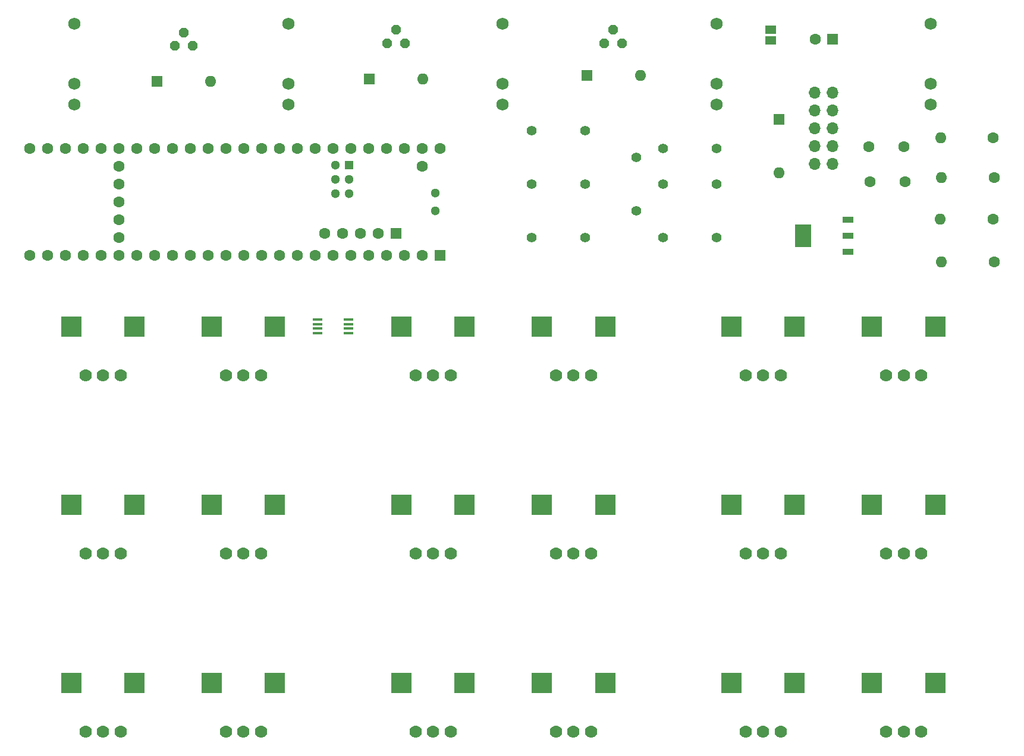
<source format=gbr>
%TF.GenerationSoftware,KiCad,Pcbnew,7.0.2-0*%
%TF.CreationDate,2023-11-14T20:22:57-05:00*%
%TF.ProjectId,A2 Percussion Desktop,41322050-6572-4637-9573-73696f6e2044,rev?*%
%TF.SameCoordinates,Original*%
%TF.FileFunction,Soldermask,Bot*%
%TF.FilePolarity,Negative*%
%FSLAX46Y46*%
G04 Gerber Fmt 4.6, Leading zero omitted, Abs format (unit mm)*
G04 Created by KiCad (PCBNEW 7.0.2-0) date 2023-11-14 20:22:57*
%MOMM*%
%LPD*%
G01*
G04 APERTURE LIST*
G04 Aperture macros list*
%AMRoundRect*
0 Rectangle with rounded corners*
0 $1 Rounding radius*
0 $2 $3 $4 $5 $6 $7 $8 $9 X,Y pos of 4 corners*
0 Add a 4 corners polygon primitive as box body*
4,1,4,$2,$3,$4,$5,$6,$7,$8,$9,$2,$3,0*
0 Add four circle primitives for the rounded corners*
1,1,$1+$1,$2,$3*
1,1,$1+$1,$4,$5*
1,1,$1+$1,$6,$7*
1,1,$1+$1,$8,$9*
0 Add four rect primitives between the rounded corners*
20,1,$1+$1,$2,$3,$4,$5,0*
20,1,$1+$1,$4,$5,$6,$7,0*
20,1,$1+$1,$6,$7,$8,$9,0*
20,1,$1+$1,$8,$9,$2,$3,0*%
%AMFreePoly0*
4,1,17,0.309468,0.696321,0.696321,0.309468,0.711200,0.273547,0.711200,-0.273547,0.696321,-0.309468,0.309468,-0.696321,0.273547,-0.711200,-0.273547,-0.711200,-0.309468,-0.696321,-0.696321,-0.309468,-0.711200,-0.273547,-0.711200,0.273547,-0.696321,0.309468,-0.309468,0.696321,-0.273547,0.711200,0.273547,0.711200,0.309468,0.696321,0.309468,0.696321,$1*%
G04 Aperture macros list end*
%ADD10R,1.600200X0.914400*%
%ADD11R,1.600000X1.600000*%
%ADD12C,1.600000*%
%ADD13O,1.600000X1.600000*%
%ADD14O,1.700000X1.700000*%
%ADD15R,1.600200X1.168400*%
%ADD16C,1.778000*%
%ADD17RoundRect,0.050800X-1.400000X1.400000X-1.400000X-1.400000X1.400000X-1.400000X1.400000X1.400000X0*%
%ADD18C,1.751600*%
%ADD19R,1.450000X0.450000*%
%ADD20FreePoly0,180.000000*%
%ADD21C,1.397000*%
%ADD22R,1.300000X1.300000*%
%ADD23C,1.300000*%
G04 APERTURE END LIST*
%TO.C,CR1*%
G36*
X118846800Y-42323800D02*
G01*
X116535400Y-42323800D01*
X116535400Y-39072600D01*
X118846800Y-39072600D01*
X118846800Y-42323800D01*
G37*
%TD*%
D10*
%TO.C,CR1*%
X124091900Y-38398200D03*
X124091900Y-40698200D03*
X124091900Y-42998200D03*
%TD*%
D11*
%TO.C,C4*%
X121920000Y-12700000D03*
D12*
X119420000Y-12700000D03*
%TD*%
D13*
%TO.C,D4*%
X114300000Y-31750000D03*
D11*
X114300000Y-24130000D03*
%TD*%
D14*
%TO.C,J1*%
X119380000Y-30480000D03*
X121920000Y-30480000D03*
X119380000Y-27940000D03*
X121920000Y-27940000D03*
X119380000Y-25400000D03*
X121920000Y-25400000D03*
X119380000Y-22860000D03*
X121920000Y-22860000D03*
X119380000Y-20320000D03*
X121920000Y-20320000D03*
%TD*%
D15*
%TO.C,Connect_For_Euro_Power1*%
X113117300Y-12805260D03*
X113117300Y-11283800D03*
%TD*%
D12*
%TO.C,C3*%
X132190500Y-33017100D03*
X127190500Y-33017100D03*
%TD*%
%TO.C,C2*%
X127080000Y-28020000D03*
X132080000Y-28020000D03*
%TD*%
D16*
%TO.C,Shape_3*%
X109500000Y-86000000D03*
X112000000Y-86000000D03*
X114500000Y-86000000D03*
D17*
X116500000Y-79000000D03*
X107500000Y-79000000D03*
%TD*%
D16*
%TO.C,Pitch_2*%
X62500000Y-60600000D03*
X65000000Y-60600000D03*
X67500000Y-60600000D03*
D17*
X69500000Y-53600000D03*
X60500000Y-53600000D03*
%TD*%
D18*
%TO.C,RightAudio1*%
X135890000Y-10500000D03*
X135890000Y-19000000D03*
X135890000Y-22000000D03*
%TD*%
%TO.C,TRIG3*%
X74930000Y-10500000D03*
X74930000Y-19000000D03*
X74930000Y-22000000D03*
%TD*%
D16*
%TO.C,Temp_1*%
X35500000Y-86000000D03*
X38000000Y-86000000D03*
X40500000Y-86000000D03*
D17*
X42500000Y-79000000D03*
X33500000Y-79000000D03*
%TD*%
D16*
%TO.C,Vol_1*%
X35500000Y-60600000D03*
X38000000Y-60600000D03*
X40500000Y-60600000D03*
D17*
X42500000Y-53600000D03*
X33500000Y-53600000D03*
%TD*%
D16*
%TO.C,Temp_2*%
X82500000Y-86000000D03*
X85000000Y-86000000D03*
X87500000Y-86000000D03*
D17*
X89500000Y-79000000D03*
X80500000Y-79000000D03*
%TD*%
D16*
%TO.C,Motion_2*%
X62500000Y-111400000D03*
X65000000Y-111400000D03*
X67500000Y-111400000D03*
D17*
X69500000Y-104400000D03*
X60500000Y-104400000D03*
%TD*%
D18*
%TO.C,LeftAudio1*%
X105410000Y-10500000D03*
X105410000Y-19000000D03*
X105410000Y-22000000D03*
%TD*%
D16*
%TO.C,Motion_1*%
X15500000Y-111400000D03*
X18000000Y-111400000D03*
X20500000Y-111400000D03*
D17*
X22500000Y-104400000D03*
X13500000Y-104400000D03*
%TD*%
D16*
%TO.C,Temp_3*%
X129500000Y-86000000D03*
X132000000Y-86000000D03*
X134500000Y-86000000D03*
D17*
X136500000Y-79000000D03*
X127500000Y-79000000D03*
%TD*%
D16*
%TO.C,Traffic_1*%
X35500000Y-111400000D03*
X38000000Y-111400000D03*
X40500000Y-111400000D03*
D17*
X42500000Y-104400000D03*
X33500000Y-104400000D03*
%TD*%
D16*
%TO.C,Vol_2*%
X82500000Y-60600000D03*
X85000000Y-60600000D03*
X87500000Y-60600000D03*
D17*
X89500000Y-53600000D03*
X80500000Y-53600000D03*
%TD*%
D18*
%TO.C,TRIG1*%
X13970000Y-10500000D03*
X13970000Y-19000000D03*
X13970000Y-22000000D03*
%TD*%
D16*
%TO.C,Pitch_1*%
X15500000Y-60600000D03*
X18000000Y-60600000D03*
X20500000Y-60600000D03*
D17*
X22500000Y-53600000D03*
X13500000Y-53600000D03*
%TD*%
D16*
%TO.C,Vol_3*%
X129500000Y-60600000D03*
X132000000Y-60600000D03*
X134500000Y-60600000D03*
D17*
X136500000Y-53600000D03*
X127500000Y-53600000D03*
%TD*%
D16*
%TO.C,Shape_1*%
X15500000Y-86000000D03*
X18000000Y-86000000D03*
X20500000Y-86000000D03*
D17*
X22500000Y-79000000D03*
X13500000Y-79000000D03*
%TD*%
D18*
%TO.C,TRIG2*%
X44450000Y-10500000D03*
X44450000Y-19000000D03*
X44450000Y-22000000D03*
%TD*%
D16*
%TO.C,Motion_3*%
X109500000Y-111400000D03*
X112000000Y-111400000D03*
X114500000Y-111400000D03*
D17*
X116500000Y-104400000D03*
X107500000Y-104400000D03*
%TD*%
D16*
%TO.C,Traffic_3*%
X129500000Y-111400000D03*
X132000000Y-111400000D03*
X134500000Y-111400000D03*
D17*
X136500000Y-104400000D03*
X127500000Y-104400000D03*
%TD*%
D16*
%TO.C,Shape_2*%
X62500000Y-86000000D03*
X65000000Y-86000000D03*
X67500000Y-86000000D03*
D17*
X69500000Y-79000000D03*
X60500000Y-79000000D03*
%TD*%
D16*
%TO.C,Pitch_3*%
X109500000Y-60600000D03*
X112000000Y-60600000D03*
X114500000Y-60600000D03*
D17*
X116500000Y-53600000D03*
X107500000Y-53600000D03*
%TD*%
D16*
%TO.C,Traffic_2*%
X82500000Y-111400000D03*
X85000000Y-111400000D03*
X87500000Y-111400000D03*
D17*
X89500000Y-104400000D03*
X80500000Y-104400000D03*
%TD*%
D19*
%TO.C,U2*%
X53000000Y-52625000D03*
X53000000Y-53275000D03*
X53000000Y-53925000D03*
X53000000Y-54575000D03*
X48600000Y-54575000D03*
X48600000Y-53925000D03*
X48600000Y-53275000D03*
X48600000Y-52625000D03*
%TD*%
D20*
%TO.C,T2*%
X58490400Y-13247600D03*
X59760400Y-11342600D03*
X61030400Y-13247600D03*
%TD*%
D11*
%TO.C,D2*%
X55950400Y-18327600D03*
D13*
X63570400Y-18327600D03*
%TD*%
D12*
%TO.C,C7*%
X144879800Y-44388700D03*
D13*
X137379800Y-44388700D03*
%TD*%
D21*
%TO.C,R5*%
X105410000Y-33280000D03*
X97790000Y-33280000D03*
%TD*%
%TO.C,R3*%
X86680000Y-33280000D03*
X79060000Y-33280000D03*
%TD*%
D12*
%TO.C,C8*%
X144907300Y-32357100D03*
D13*
X137407300Y-32357100D03*
%TD*%
D21*
%TO.C,R1*%
X86680000Y-25660000D03*
X79060000Y-25660000D03*
%TD*%
D12*
%TO.C,C6*%
X144780000Y-26690000D03*
D13*
X137280000Y-26690000D03*
%TD*%
D20*
%TO.C,T1*%
X28227600Y-13604300D03*
X29497600Y-11699300D03*
X30767600Y-13604300D03*
%TD*%
D21*
%TO.C,R7*%
X105410000Y-40900000D03*
X97790000Y-40900000D03*
%TD*%
%TO.C,R4*%
X93980000Y-29470000D03*
X93980000Y-37090000D03*
%TD*%
D11*
%TO.C,U3*%
X66040000Y-43440000D03*
D12*
X63500000Y-43440000D03*
X60960000Y-43440000D03*
X58420000Y-43440000D03*
X55880000Y-43440000D03*
X53340000Y-43440000D03*
X50800000Y-43440000D03*
X48260000Y-43440000D03*
X45720000Y-43440000D03*
X43180000Y-43440000D03*
X40640000Y-43440000D03*
X38100000Y-43440000D03*
X35560000Y-43440000D03*
X33020000Y-43440000D03*
X30480000Y-43440000D03*
X27940000Y-43440000D03*
X25400000Y-43440000D03*
X22860000Y-43440000D03*
X20320000Y-43440000D03*
X17780000Y-43440000D03*
X15240000Y-43440000D03*
X12700000Y-43440000D03*
X10160000Y-43440000D03*
X7620000Y-43440000D03*
X7620000Y-28200000D03*
X10160000Y-28200000D03*
X12700000Y-28200000D03*
X15240000Y-28200000D03*
X17780000Y-28200000D03*
X20320000Y-28200000D03*
X22860000Y-28200000D03*
X25400000Y-28200000D03*
X27940000Y-28200000D03*
X30480000Y-28200000D03*
X33020000Y-28200000D03*
X35560000Y-28200000D03*
X38100000Y-28200000D03*
X40640000Y-28200000D03*
X43180000Y-28200000D03*
X45720000Y-28200000D03*
X48260000Y-28200000D03*
X50800000Y-28200000D03*
X53340000Y-28200000D03*
X55880000Y-28200000D03*
X58420000Y-28200000D03*
X60960000Y-28200000D03*
X63500000Y-28200000D03*
X66040000Y-28200000D03*
X63500000Y-30740000D03*
X20320000Y-40900000D03*
X20320000Y-38360000D03*
X20320000Y-35820000D03*
X20320000Y-33280000D03*
X20320000Y-30740000D03*
D11*
X59740800Y-40389200D03*
D12*
X57200800Y-40389200D03*
X54660800Y-40389200D03*
X52120800Y-40389200D03*
X49580800Y-40389200D03*
D22*
X53070000Y-30638400D03*
D23*
X53070000Y-32638400D03*
X53070000Y-34638400D03*
X51070000Y-34638400D03*
X51070000Y-32638400D03*
X51070000Y-30638400D03*
X65310000Y-34550000D03*
X65310000Y-37090000D03*
%TD*%
D12*
%TO.C,C9*%
X144707900Y-38339600D03*
D13*
X137207900Y-38339600D03*
%TD*%
D11*
%TO.C,D3*%
X25687600Y-18684300D03*
D13*
X33307600Y-18684300D03*
%TD*%
D21*
%TO.C,R2*%
X105410000Y-28200000D03*
X97790000Y-28200000D03*
%TD*%
D20*
%TO.C,T3*%
X89400100Y-13247600D03*
X90670100Y-11342600D03*
X91940100Y-13247600D03*
%TD*%
D21*
%TO.C,R6*%
X86680000Y-40900000D03*
X79060000Y-40900000D03*
%TD*%
D11*
%TO.C,D5*%
X86949900Y-17815800D03*
D13*
X94569900Y-17815800D03*
%TD*%
M02*

</source>
